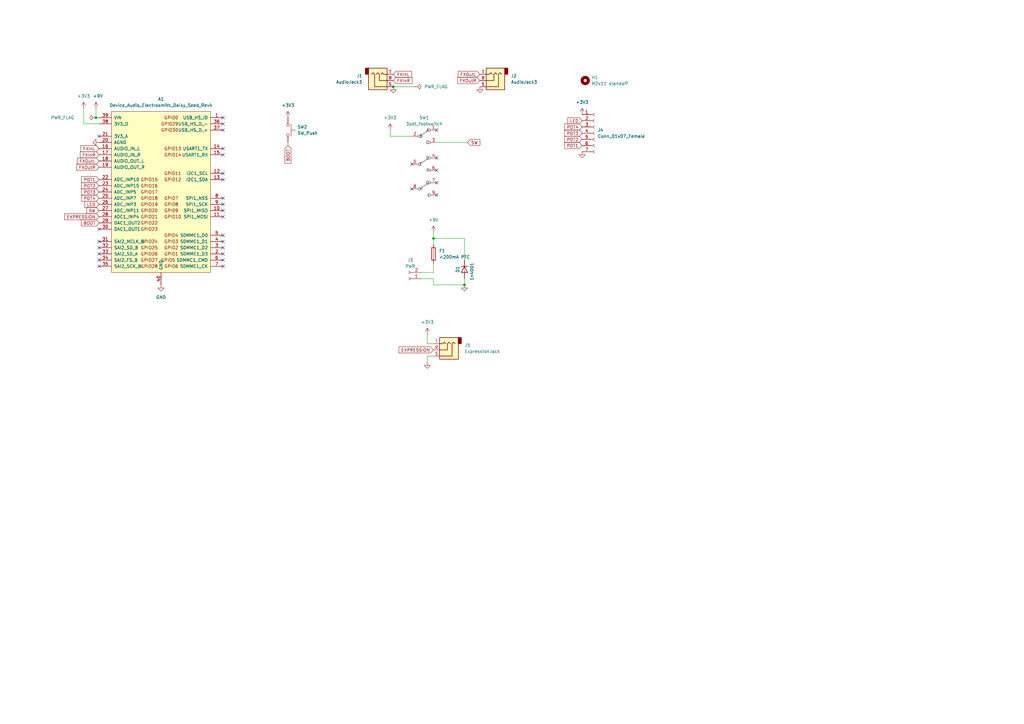
<source format=kicad_sch>
(kicad_sch (version 20211123) (generator eeschema)
  (paper "A3")
  (lib_symbols
    (symbol "Connector:AudioJack3"
      (property "Reference" "J" (at 0 8.89 0))
      (property "Value" "AudioJack3" (at 0 6.35 0))
      (symbol "AudioJack3_0_1"
        (rectangle (start -5.08 -5.08) (end -6.35 -2.54) (stroke (width 0.254)) (fill (type outline)))
        (polyline (pts (xy 0 -2.54) (xy 0.635 -3.175) (xy 1.27 -2.54) (xy 2.54 -2.54)) (stroke (width 0.254)))
        (polyline (pts (xy -1.905 -2.54) (xy -1.27 -3.175) (xy -0.635 -2.54) (xy -0.635 0) (xy 2.54 0)) (stroke (width 0.254)))
        (polyline (pts (xy 2.54 2.54) (xy -2.54 2.54) (xy -2.54 -2.54) (xy -3.175 -3.175) (xy -3.81 -2.54)) (stroke (width 0.254)))
        (rectangle (start 2.54 3.81) (end -5.08 -5.08) (stroke (width 0.254)) (fill (type background)))
      )
      (symbol "AudioJack3_1_1"
        (pin passive line (at 5.08 0 180) (length 2.54) (name "~") (number "R"))
        (pin passive line (at 5.08 2.54 180) (length 2.54) (name "~") (number "S"))
        (pin passive line (at 5.08 -2.54 180) (length 2.54) (name "~") (number "T"))
      )
    )
    (symbol "Connector:Conn_01x02_Female" (pin_names (offset 1.016) hide)
      (property "Reference" "J" (at 0 2.54 0))
      (property "Value" "Conn_01x02_Female" (at 0 -5.08 0))
      (symbol "Conn_01x02_Female_1_1"
        (arc (start 0 -2.032) (mid -0.508 -2.54) (end 0 -3.048) (stroke (width 0.1524)))
        (polyline (pts (xy -1.27 -2.54) (xy -0.508 -2.54)) (stroke (width 0.1524)))
        (polyline (pts (xy -1.27 0) (xy -0.508 0)) (stroke (width 0.1524)))
        (arc (start 0 0.508) (mid -0.508 0) (end 0 -0.508) (stroke (width 0.1524)))
        (pin passive line (at -5.08 0 0) (length 3.81) (name "Pin_1") (number "1"))
        (pin passive line (at -5.08 -2.54 0) (length 3.81) (name "Pin_2") (number "2"))
      )
    )
    (symbol "Connector:Conn_01x07_Female" (pin_names (offset 1.016) hide)
      (property "Reference" "J" (at 0 10.16 0))
      (property "Value" "Conn_01x07_Female" (at 0 -10.16 0))
      (symbol "Conn_01x07_Female_1_1"
        (arc (start 0 -7.112) (mid -0.508 -7.62) (end 0 -8.128) (stroke (width 0.1524)))
        (arc (start 0 -4.572) (mid -0.508 -5.08) (end 0 -5.588) (stroke (width 0.1524)))
        (arc (start 0 -2.032) (mid -0.508 -2.54) (end 0 -3.048) (stroke (width 0.1524)))
        (polyline (pts (xy -1.27 -7.62) (xy -0.508 -7.62)) (stroke (width 0.1524)))
        (polyline (pts (xy -1.27 -5.08) (xy -0.508 -5.08)) (stroke (width 0.1524)))
        (polyline (pts (xy -1.27 -2.54) (xy -0.508 -2.54)) (stroke (width 0.1524)))
        (polyline (pts (xy -1.27 0) (xy -0.508 0)) (stroke (width 0.1524)))
        (polyline (pts (xy -1.27 2.54) (xy -0.508 2.54)) (stroke (width 0.1524)))
        (polyline (pts (xy -1.27 5.08) (xy -0.508 5.08)) (stroke (width 0.1524)))
        (polyline (pts (xy -1.27 7.62) (xy -0.508 7.62)) (stroke (width 0.1524)))
        (arc (start 0 0.508) (mid -0.508 0) (end 0 -0.508) (stroke (width 0.1524)))
        (arc (start 0 3.048) (mid -0.508 2.54) (end 0 2.032) (stroke (width 0.1524)))
        (arc (start 0 5.588) (mid -0.508 5.08) (end 0 4.572) (stroke (width 0.1524)))
        (arc (start 0 8.128) (mid -0.508 7.62) (end 0 7.112) (stroke (width 0.1524)))
        (pin passive line (at -5.08 7.62 0) (length 3.81) (name "Pin_1") (number "1"))
        (pin passive line (at -5.08 5.08 0) (length 3.81) (name "Pin_2") (number "2"))
        (pin passive line (at -5.08 2.54 0) (length 3.81) (name "Pin_3") (number "3"))
        (pin passive line (at -5.08 0 0) (length 3.81) (name "Pin_4") (number "4"))
        (pin passive line (at -5.08 -2.54 0) (length 3.81) (name "Pin_5") (number "5"))
        (pin passive line (at -5.08 -5.08 0) (length 3.81) (name "Pin_6") (number "6"))
        (pin passive line (at -5.08 -7.62 0) (length 3.81) (name "Pin_7") (number "7"))
      )
    )
    (symbol "Daisy:Device_Audio_Electrosmith_Daisy_Seed_Rev4" (pin_names (offset 1.016))
      (property "Reference" "A" (at -20.32 34.29 0))
      (property "Value" "Device_Audio_Electrosmith_Daisy_Seed_Rev4" (at 20.32 36.83 0))
      (symbol "Device_Audio_Electrosmith_Daisy_Seed_Rev4_0_0"
        (text "GPIO0" (at 1.27 30.48 0) (effects (font (size 1.27 1.27)) (justify left)))
        (text "GPIO1" (at 1.27 -25.4 0) (effects (font (size 1.27 1.27)) (justify left)))
        (text "GPIO10" (at 1.27 -10.16 0) (effects (font (size 1.27 1.27)) (justify left)))
        (text "GPIO11" (at 1.27 7.62 0) (effects (font (size 1.27 1.27)) (justify left)))
        (text "GPIO12" (at 1.27 5.08 0) (effects (font (size 1.27 1.27)) (justify left)))
        (text "GPIO13" (at 1.27 17.78 0) (effects (font (size 1.27 1.27)) (justify left)))
        (text "GPIO14" (at 1.27 15.24 0) (effects (font (size 1.27 1.27)) (justify left)))
        (text "GPIO15" (at -1.27 5.08 0) (effects (font (size 1.27 1.27)) (justify right)))
        (text "GPIO16" (at -1.27 2.54 0) (effects (font (size 1.27 1.27)) (justify right)))
        (text "GPIO17" (at -1.27 0 0) (effects (font (size 1.27 1.27)) (justify right)))
        (text "GPIO18" (at -1.27 -2.54 0) (effects (font (size 1.27 1.27)) (justify right)))
        (text "GPIO19" (at -1.27 -5.08 0) (effects (font (size 1.27 1.27)) (justify right)))
        (text "GPIO2" (at 1.27 -22.86 0) (effects (font (size 1.27 1.27)) (justify left)))
        (text "GPIO20" (at -1.27 -7.62 0) (effects (font (size 1.27 1.27)) (justify right)))
        (text "GPIO21" (at -1.27 -10.16 0) (effects (font (size 1.27 1.27)) (justify right)))
        (text "GPIO22" (at -1.27 -12.7 0) (effects (font (size 1.27 1.27)) (justify right)))
        (text "GPIO23" (at -1.27 -15.24 0) (effects (font (size 1.27 1.27)) (justify right)))
        (text "GPIO24" (at -1.27 -20.32 0) (effects (font (size 1.27 1.27)) (justify right)))
        (text "GPIO25" (at -1.27 -22.86 0) (effects (font (size 1.27 1.27)) (justify right)))
        (text "GPIO26" (at -1.27 -25.4 0) (effects (font (size 1.27 1.27)) (justify right)))
        (text "GPIO27" (at -1.27 -27.94 0) (effects (font (size 1.27 1.27)) (justify right)))
        (text "GPIO28" (at -1.27 -30.48 0) (effects (font (size 1.27 1.27)) (justify right)))
        (text "GPIO29" (at 0 27.94 0) (effects (font (size 1.27 1.27)) (justify left)))
        (text "GPIO3" (at 1.27 -20.32 0) (effects (font (size 1.27 1.27)) (justify left)))
        (text "GPIO30" (at 0 25.4 0) (effects (font (size 1.27 1.27)) (justify left)))
        (text "GPIO4" (at 1.27 -17.78 0) (effects (font (size 1.27 1.27)) (justify left)))
        (text "GPIO5" (at 0 -27.94 0) (effects (font (size 1.27 1.27)) (justify left)))
        (text "GPIO6" (at 1.27 -30.48 0) (effects (font (size 1.27 1.27)) (justify left)))
        (text "GPIO7" (at 1.27 -2.54 0) (effects (font (size 1.27 1.27)) (justify left)))
        (text "GPIO8" (at 1.27 -5.08 0) (effects (font (size 1.27 1.27)) (justify left)))
        (text "GPIO9" (at 1.27 -7.62 0) (effects (font (size 1.27 1.27)) (justify left)))
        (pin bidirectional line (at 25.4 30.48 180) (length 5.08) (name "USB_HS_ID") (number "1"))
        (pin bidirectional line (at 25.4 -7.62 180) (length 5.08) (name "SPI1_MISO") (number "10"))
        (pin bidirectional line (at 25.4 -10.16 180) (length 5.08) (name "SPI1_MOSI") (number "11"))
        (pin bidirectional line (at 25.4 7.62 180) (length 5.08) (name "I2C1_SCL") (number "12"))
        (pin bidirectional line (at 25.4 5.08 180) (length 5.08) (name "I2C1_SDA") (number "13"))
        (pin bidirectional line (at 25.4 17.78 180) (length 5.08) (name "USART1_TX") (number "14"))
        (pin bidirectional line (at 25.4 15.24 180) (length 5.08) (name "USART1_RX") (number "15"))
        (pin input line (at -25.4 17.78 0) (length 5.08) (name "AUDIO_IN_L") (number "16"))
        (pin input line (at -25.4 15.24 0) (length 5.08) (name "AUDIO_IN_R") (number "17"))
        (pin output line (at -25.4 12.7 0) (length 5.08) (name "AUDIO_OUT_L") (number "18"))
        (pin output line (at -25.4 10.16 0) (length 5.08) (name "AUDIO_OUT_R") (number "19"))
        (pin bidirectional line (at 25.4 -25.4 180) (length 5.08) (name "SDMMC1_D3") (number "2"))
        (pin passive line (at -25.4 20.32 0) (length 5.08) (name "AGND") (number "20"))
        (pin power_out line (at -25.4 22.86 0) (length 5.08) (name "3V3_A") (number "21"))
        (pin bidirectional line (at -25.4 5.08 0) (length 5.08) (name "ADC_INP10") (number "22"))
        (pin bidirectional line (at -25.4 2.54 0) (length 5.08) (name "ADC_INP15") (number "23"))
        (pin bidirectional line (at -25.4 0 0) (length 5.08) (name "ADC_INP5") (number "24"))
        (pin bidirectional line (at -25.4 -2.54 0) (length 5.08) (name "ADC_INP7") (number "25"))
        (pin bidirectional line (at -25.4 -5.08 0) (length 5.08) (name "ADC_INP3") (number "26"))
        (pin bidirectional line (at -25.4 -7.62 0) (length 5.08) (name "ADC_INP11") (number "27"))
        (pin bidirectional line (at -25.4 -10.16 0) (length 5.08) (name "ADC1_INP4") (number "28"))
        (pin bidirectional line (at -25.4 -12.7 0) (length 5.08) (name "DAC1_OUT2") (number "29"))
        (pin bidirectional line (at 25.4 -22.86 180) (length 5.08) (name "SDMMC1_D2") (number "3"))
        (pin bidirectional line (at -25.4 -15.24 0) (length 5.08) (name "DAC1_OUT1") (number "30"))
        (pin bidirectional line (at -25.4 -20.32 0) (length 5.08) (name "SAI2_MCLK_B") (number "31"))
        (pin bidirectional line (at -25.4 -22.86 0) (length 5.08) (name "SAI2_SD_B") (number "32"))
        (pin bidirectional line (at -25.4 -25.4 0) (length 5.08) (name "SAI2_SD_A") (number "33"))
        (pin bidirectional line (at -25.4 -27.94 0) (length 5.08) (name "SAI2_FS_B") (number "34"))
        (pin bidirectional line (at -25.4 -30.48 0) (length 5.08) (name "SAI2_SCK_B") (number "35"))
        (pin bidirectional line (at 25.4 27.94 180) (length 5.08) (name "USB_HS_D_-") (number "36"))
        (pin bidirectional line (at 25.4 25.4 180) (length 5.08) (name "USB_HS_D_+") (number "37"))
        (pin power_out line (at -25.4 27.94 0) (length 5.08) (name "3V3_D") (number "38"))
        (pin power_in line (at -25.4 30.48 0) (length 5.08) (name "VIN") (number "39"))
        (pin bidirectional line (at 25.4 -20.32 180) (length 5.08) (name "SDMMC1_D1") (number "4"))
        (pin passive line (at 0 -38.1 90) (length 5.08) (name "GND") (number "40"))
        (pin bidirectional line (at 25.4 -17.78 180) (length 5.08) (name "SDMMC1_D0") (number "5"))
        (pin bidirectional line (at 25.4 -27.94 180) (length 5.08) (name "SDMMC1_CMD") (number "6"))
        (pin bidirectional line (at 25.4 -30.48 180) (length 5.08) (name "SDMMC1_CK") (number "7"))
        (pin bidirectional line (at 25.4 -2.54 180) (length 5.08) (name "SPI1_NSS") (number "8"))
        (pin bidirectional line (at 25.4 -5.08 180) (length 5.08) (name "SPI1_SCK") (number "9"))
      )
      (symbol "Device_Audio_Electrosmith_Daisy_Seed_Rev4_0_1"
        (rectangle (start -20.32 33.02) (end 20.32 -33.02) (fill (type background)))
      )
    )
    (symbol "Device:Fuse" (pin_numbers hide) (pin_names (offset 0))
      (property "Reference" "F" (at 2.032 0 90))
      (property "Value" "Fuse" (at -1.905 0 90))
      (symbol "Fuse_0_1"
        (rectangle (start -0.762 -2.54) (end 0.762 2.54) (stroke (width 0.254)))
        (polyline (pts (xy 0 2.54) (xy 0 -2.54)))
      )
      (symbol "Fuse_1_1"
        (pin passive line (at 0 3.81 270) (length 1.27) (name "~") (number "1"))
        (pin passive line (at 0 -3.81 90) (length 1.27) (name "~") (number "2"))
      )
    )
    (symbol "Diode:1N4148" (pin_numbers hide) (pin_names (offset 1.016) hide)
      (property "Reference" "D" (at 0 2.54 0))
      (property "Value" "1N4148" (at 0 -2.54 0))
      (symbol "1N4148_0_1"
        (polyline (pts (xy -1.27 1.27) (xy -1.27 -1.27)) (stroke (width 0.254)))
        (polyline (pts (xy 1.27 0) (xy -1.27 0)))
        (polyline (pts (xy 1.27 1.27) (xy 1.27 -1.27) (xy -1.27 0) (xy 1.27 1.27)) (stroke (width 0.254)))
      )
      (symbol "1N4148_1_1"
        (pin passive line (at -3.81 0 0) (length 2.54) (name "K") (number "1"))
        (pin passive line (at 3.81 0 180) (length 2.54) (name "A") (number "2"))
      )
    )
    (symbol "Mechanical:MountingHole" (pin_names (offset 1.016))
      (property "Reference" "H" (at 0 5.08 0))
      (property "Value" "MountingHole" (at 0 3.175 0))
      (symbol "MountingHole_0_1"
        (circle (center 0 0) (radius 1.27) (stroke (width 1.27)))
      )
    )
    (symbol "Switch:SW_Push" (pin_numbers hide) (pin_names (offset 1.016) hide)
      (property "Reference" "SW" (at 1.27 2.54 0))
      (property "Value" "SW_Push" (at 0 -1.524 0))
      (symbol "SW_Push_0_1"
        (circle (center -2.032 0) (radius 0.508))
        (polyline (pts (xy 0 1.27) (xy 0 3.048)))
        (polyline (pts (xy 2.54 1.27) (xy -2.54 1.27)))
        (circle (center 2.032 0) (radius 0.508))
        (pin passive line (at -5.08 0 0) (length 2.54) (name "1") (number "1"))
        (pin passive line (at 5.08 0 180) (length 2.54) (name "2") (number "2"))
      )
    )
    (symbol "power:+3V3" (power) (pin_names (offset 0))
      (property "Value" "+3V3" (at 0 3.556 0))
      (symbol "+3V3_0_1"
        (polyline (pts (xy -0.762 1.27) (xy 0 2.54)))
        (polyline (pts (xy 0 0) (xy 0 2.54)))
        (polyline (pts (xy 0 2.54) (xy 0.762 1.27)))
      )
      (symbol "+3V3_1_1"
        (pin power_in line (at 0 0 90) (length 0) hide (name "+3V3") (number "1"))
      )
    )
    (symbol "power:+9V" (power) (pin_names (offset 0))
      (property "Value" "+9V" (at 0 3.556 0))
      (symbol "+9V_0_1"
        (polyline (pts (xy -0.762 1.27) (xy 0 2.54)))
        (polyline (pts (xy 0 0) (xy 0 2.54)))
        (polyline (pts (xy 0 2.54) (xy 0.762 1.27)))
      )
      (symbol "+9V_1_1"
        (pin power_in line (at 0 0 90) (length 0) hide (name "+9V") (number "1"))
      )
    )
    (symbol "power:GND" (power) (pin_names (offset 0))
      (property "Value" "GND" (at 0 -3.81 0))
      (symbol "GND_0_1"
        (polyline (pts (xy 0 0) (xy 0 -1.27) (xy 1.27 -1.27) (xy 0 -2.54) (xy -1.27 -1.27) (xy 0 -1.27)))
      )
      (symbol "GND_1_1"
        (pin power_in line (at 0 0 270) (length 0) hide (name "GND") (number "1"))
      )
    )
    (symbol "power:PWR_FLAG" (power) (pin_numbers hide) (pin_names (offset 0) hide)
      (property "Value" "PWR_FLAG" (at 0 3.81 0))
      (symbol "PWR_FLAG_0_0"
        (pin power_out line (at 0 0 90) (length 0) (name "pwr") (number "1"))
      )
      (symbol "PWR_FLAG_0_1"
        (polyline (pts (xy 0 0) (xy 0 1.27) (xy -1.016 1.905) (xy 0 2.54) (xy 1.016 1.905) (xy 0 1.27)))
      )
    )
    (symbol "symbols:3pdt_footswitch"
      (property "Reference" "SW" (at 0 21.59 0))
      (property "Value" "3pdt_footswitch" (at 1.27 -15.875 0))
      (symbol "3pdt_footswitch_0_0"
        (circle (center -0.127 -8.89) (radius 0.508))
        (circle (center -0.127 1.27) (radius 0.508))
        (circle (center -0.127 12.7) (radius 0.508))
        (circle (center 3.937 -11.43) (radius 0.508))
        (circle (center 3.937 -1.27) (radius 0.508))
        (circle (center 3.937 10.16) (radius 0.508))
      )
      (symbol "3pdt_footswitch_0_1"
        (polyline (pts (xy 0.381 -8.636) (xy 3.556 -6.604)))
        (polyline (pts (xy 0.381 1.524) (xy 3.556 3.556)))
        (polyline (pts (xy 0.381 12.954) (xy 3.556 14.986)))
        (circle (center 3.937 -6.35) (radius 0.508))
        (circle (center 3.937 3.81) (radius 0.508))
        (circle (center 3.937 15.24) (radius 0.508))
      )
      (symbol "3pdt_footswitch_1_1"
        (pin passive line (at 6.985 15.24 180) (length 2.54) (name "A") (number "1"))
        (pin passive line (at -3.175 12.7 0) (length 2.54) (name "B") (number "2"))
        (pin passive line (at 6.985 10.16 180) (length 2.54) (name "C") (number "3"))
        (pin passive line (at 6.985 3.81 180) (length 2.54) (name "D") (number "4"))
        (pin passive line (at -3.175 1.27 0) (length 2.54) (name "E") (number "5"))
        (pin passive line (at 6.985 -1.27 180) (length 2.54) (name "F") (number "6"))
        (pin passive line (at 6.985 -6.35 180) (length 2.54) (name "G") (number "7"))
        (pin passive line (at -3.175 -8.89 0) (length 2.54) (name "H") (number "8"))
        (pin passive line (at 6.985 -11.43 180) (length 2.54) (name "I") (number "9"))
      )
    )
  )
  (junction (at 39.37 48.26))
  (junction (at 190.5 116.84))
  (junction (at 177.8 97.79))
  (junction (at 161.29 35.56))
  (no_connect (at 179.07 53.34))
  (no_connect (at 40.64 55.88))
  (no_connect (at 179.07 69.85))
  (no_connect (at 40.64 93.98))
  (no_connect (at 40.64 99.06))
  (no_connect (at 40.64 101.6))
  (no_connect (at 40.64 104.14))
  (no_connect (at 40.64 106.68))
  (no_connect (at 40.64 109.22))
  (no_connect (at 91.44 109.22))
  (no_connect (at 91.44 106.68))
  (no_connect (at 91.44 104.14))
  (no_connect (at 91.44 101.6))
  (no_connect (at 91.44 99.06))
  (no_connect (at 91.44 96.52))
  (no_connect (at 91.44 88.9))
  (no_connect (at 91.44 86.36))
  (no_connect (at 91.44 83.82))
  (no_connect (at 91.44 81.28))
  (no_connect (at 91.44 73.66))
  (no_connect (at 91.44 71.12))
  (no_connect (at 91.44 63.5))
  (no_connect (at 91.44 60.96))
  (no_connect (at 91.44 53.34))
  (no_connect (at 91.44 50.8))
  (no_connect (at 91.44 48.26))
  (no_connect (at 179.07 80.01))
  (no_connect (at 168.91 77.47))
  (no_connect (at 179.07 64.77))
  (no_connect (at 168.91 67.31))
  (no_connect (at 179.07 74.93))
  (wire (pts (xy 160.02 53.34) (xy 160.02 55.88)))
  (wire (pts (xy 177.8 116.84) (xy 190.5 116.84)))
  (wire (pts (xy 179.07 58.42) (xy 191.77 58.42)))
  (wire (pts (xy 118.11 58.42) (xy 118.11 59.69)))
  (wire (pts (xy 39.37 44.45) (xy 39.37 48.26)))
  (wire (pts (xy 190.5 97.79) (xy 177.8 97.79)))
  (wire (pts (xy 172.72 111.76) (xy 177.8 111.76)))
  (wire (pts (xy 160.02 55.88) (xy 168.91 55.88)))
  (wire (pts (xy 177.8 97.79) (xy 177.8 100.33)))
  (wire (pts (xy 190.5 106.68) (xy 190.5 97.79)))
  (wire (pts (xy 177.8 95.25) (xy 177.8 97.79)))
  (wire (pts (xy 177.8 114.3) (xy 177.8 116.84)))
  (wire (pts (xy 190.5 114.3) (xy 190.5 116.84)))
  (wire (pts (xy 34.29 50.8) (xy 34.29 44.45)))
  (wire (pts (xy 177.8 146.05) (xy 175.26 146.05)))
  (wire (pts (xy 40.64 50.8) (xy 34.29 50.8)))
  (wire (pts (xy 175.26 140.97) (xy 177.8 140.97)))
  (wire (pts (xy 175.26 146.05) (xy 175.26 148.59)))
  (wire (pts (xy 161.29 35.56) (xy 170.18 35.56)))
  (wire (pts (xy 177.8 111.76) (xy 177.8 107.95)))
  (wire (pts (xy 175.26 137.16) (xy 175.26 140.97)))
  (wire (pts (xy 39.37 48.26) (xy 40.64 48.26)))
  (wire (pts (xy 177.8 114.3) (xy 172.72 114.3)))
  (global_label "FXOutR" (shape input) (at 196.85 33.02 180) (property "Intersheet References" "${INTERSHEET_REFS}" (effects hide)))
  (global_label "LED" (shape input) (at 238.76 49.53 180) (property "Intersheet References" "${INTERSHEET_REFS}" (effects hide)))
  (global_label "BOOT" (shape input) (at 40.64 91.44 180) (property "Intersheet References" "${INTERSHEET_REFS}" (effects hide)))
  (global_label "POT4" (shape input) (at 40.64 81.28 180) (property "Intersheet References" "${INTERSHEET_REFS}" (effects hide)))
  (global_label "POT2" (shape input) (at 40.64 76.2 180) (property "Intersheet References" "${INTERSHEET_REFS}" (effects hide)))
  (global_label "FXInL" (shape input) (at 161.29 30.48 0) (property "Intersheet References" "${INTERSHEET_REFS}" (effects hide)))
  (global_label "POT1" (shape input) (at 238.76 59.69 180) (property "Intersheet References" "${INTERSHEET_REFS}" (effects hide)))
  (global_label "BOOT" (shape input) (at 118.11 59.69 270) (property "Intersheet References" "${INTERSHEET_REFS}" (effects hide)))
  (global_label "FXInL" (shape input) (at 40.64 60.96 180) (property "Intersheet References" "${INTERSHEET_REFS}" (effects hide)))
  (global_label "POT3" (shape input) (at 40.64 78.74 180) (property "Intersheet References" "${INTERSHEET_REFS}" (effects hide)))
  (global_label "POT1" (shape input) (at 40.64 73.66 180) (property "Intersheet References" "${INTERSHEET_REFS}" (effects hide)))
  (global_label "LED" (shape input) (at 40.64 83.82 180) (property "Intersheet References" "${INTERSHEET_REFS}" (effects hide)))
  (global_label "FXInR" (shape input) (at 40.64 63.5 180) (property "Intersheet References" "${INTERSHEET_REFS}" (effects hide)))
  (global_label "SW" (shape input) (at 40.64 86.36 180) (property "Intersheet References" "${INTERSHEET_REFS}" (effects hide)))
  (global_label "FXOutL" (shape input) (at 40.64 66.04 180) (property "Intersheet References" "${INTERSHEET_REFS}" (effects hide)))
  (global_label "FXOutR" (shape input) (at 40.64 68.58 180) (property "Intersheet References" "${INTERSHEET_REFS}" (effects hide)))
  (global_label "POT3" (shape input) (at 238.76 54.61 180) (property "Intersheet References" "${INTERSHEET_REFS}" (effects hide)))
  (global_label "SW" (shape input) (at 191.77 58.42 0) (property "Intersheet References" "${INTERSHEET_REFS}" (effects hide)))
  (global_label "EXPRESSION" (shape input) (at 177.8 143.51 180) (property "Intersheet References" "${INTERSHEET_REFS}" (effects hide)))
  (global_label "FXInR" (shape input) (at 161.29 33.02 0) (property "Intersheet References" "${INTERSHEET_REFS}" (effects hide)))
  (global_label "POT4" (shape input) (at 238.76 52.07 180) (property "Intersheet References" "${INTERSHEET_REFS}" (effects hide)))
  (global_label "POT2" (shape input) (at 238.76 57.15 180) (property "Intersheet References" "${INTERSHEET_REFS}" (effects hide)))
  (global_label "EXPRESSION" (shape input) (at 40.64 88.9 180) (property "Intersheet References" "${INTERSHEET_REFS}" (effects hide)))
  (global_label "FXOutL" (shape input) (at 196.85 30.48 180) (property "Intersheet References" "${INTERSHEET_REFS}" (effects hide)))
  (symbol (lib_id "Mechanical:MountingHole") (at 240.03 33.02 0) (unit 1)
    (property "Reference" "H1" (at 242.57 31.7499 0) (effects (justify left)))
    (property "Value" "M2x11 standoff" (at 242.57 34.2899 0) (effects (justify left)))
    (property "Footprint" "MountingHole:MountingHole_2.2mm_M2" (effects hide))
  )
  (symbol (lib_id "power:+3V3") (at 118.11 48.26 0) (unit 1)
    (property "Reference" "#PWR0113" (effects hide))
    (property "Value" "+3V3" (at 118.11 43.18 0))
  )
  (symbol (lib_id "power:GND") (at 190.5 116.84 0) (unit 1)
    (property "Reference" "#PWR0110" (effects hide))
    (property "Value" "GND" (effects hide))
  )
  (symbol (lib_id "symbols:3pdt_footswitch") (at 172.085 68.58 0) (unit 1)
    (property "Reference" "SW1" (at 173.99 48.26 0))
    (property "Value" "3pdt_footswitch" (at 173.99 50.8 0))
    (property "Footprint" "footprints:3pdt_footswitch" (effects hide))
  )
  (symbol (lib_id "power:GND") (at 175.26 148.59 0) (unit 1)
    (property "Reference" "#PWR02" (effects hide))
    (property "Value" "GND" (effects hide))
  )
  (symbol (lib_id "power:PWR_FLAG") (at 39.37 48.26 90) (unit 1)
    (property "Reference" "#FLG0102" (effects hide))
    (property "Value" "PWR_FLAG" (at 30.48 48.26 90) (effects (justify left)))
  )
  (symbol (lib_id "power:PWR_FLAG") (at 170.18 35.56 270) (unit 1)
    (property "Reference" "#FLG0103" (effects hide))
    (property "Value" "PWR_FLAG" (at 173.99 35.5599 90) (effects (justify left)))
  )
  (symbol (lib_id "Connector:AudioJack3") (at 156.21 33.02 0) (mirror x) (unit 1)
    (property "Reference" "J1" (at 148.59 31.1149 0) (effects (justify right)))
    (property "Value" "AudioJack3" (at 148.59 33.6549 0) (effects (justify right)))
    (property "Footprint" "footprints:StereoJackVertical" (effects hide))
  )
  (symbol (lib_id "Connector:AudioJack3") (at 182.88 143.51 180) (unit 1)
    (property "Reference" "J5" (at 190.5 141.6049 0) (effects (justify right)))
    (property "Value" "ExpressionJack" (at 190.5 144.1449 0) (effects (justify right)))
    (property "Footprint" "BirdFootprints:ExpressionJack" (effects hide))
  )
  (symbol (lib_id "power:GND") (at 238.76 62.23 0) (unit 1)
    (property "Reference" "#PWR0108" (effects hide))
    (property "Value" "GND" (effects hide))
  )
  (symbol (lib_id "power:+3V3") (at 34.29 44.45 0) (unit 1)
    (property "Reference" "#PWR0101" (effects hide))
    (property "Value" "+3V3" (at 34.29 39.37 0))
  )
  (symbol (lib_id "Switch:SW_Push") (at 118.11 53.34 270) (unit 1)
    (property "Reference" "SW2" (at 121.92 52.0699 90) (effects (justify left)))
    (property "Value" "SW_Push" (at 121.92 54.6099 90) (effects (justify left)))
    (property "Footprint" "SamacSys_Parts:PTS645VJM61LFS" (effects hide))
  )
  (symbol (lib_id "power:+3V3") (at 160.02 53.34 0) (unit 1)
    (property "Reference" "#PWR0105" (effects hide))
    (property "Value" "+3V3" (at 160.02 48.26 0))
  )
  (symbol (lib_id "Connector:AudioJack3") (at 201.93 33.02 180) (unit 1)
    (property "Reference" "J2" (at 209.55 31.1149 0) (effects (justify right)))
    (property "Value" "AudioJack3" (at 209.55 33.6549 0) (effects (justify right)))
    (property "Footprint" "footprints:StereoJackVertical" (effects hide))
  )
  (symbol (lib_id "power:GND") (at 196.85 35.56 0) (unit 1)
    (property "Reference" "#PWR0111" (effects hide))
    (property "Value" "GND" (effects hide))
  )
  (symbol (lib_id "power:GND") (at 66.04 116.84 0) (unit 1)
    (property "Reference" "#PWR0103" (effects hide))
    (property "Value" "GND" (at 66.04 121.92 0))
  )
  (symbol (lib_id "power:+3V3") (at 238.76 46.99 0) (unit 1)
    (property "Reference" "#PWR0109" (effects hide))
    (property "Value" "+3V3" (at 238.76 41.91 0))
  )
  (symbol (lib_id "Daisy:Device_Audio_Electrosmith_Daisy_Seed_Rev4") (at 66.04 78.74 0) (unit 1)
    (property "Reference" "A1" (at 66.04 40.64 0))
    (property "Value" "Device_Audio_Electrosmith_Daisy_Seed_Rev4" (at 66.04 43.18 0))
    (property "Footprint" "Daisy:Device_Audio_Electrosmith_Daisy_Seed" (effects hide))
    (property "Datasheet" "https://github.com/electro-smith/DaisyWiki/wiki" (effects hide))
  )
  (symbol (lib_id "power:+3V3") (at 175.26 137.16 0) (unit 1)
    (property "Reference" "#PWR01" (effects hide))
    (property "Value" "+3V3" (at 175.26 132.08 0))
  )
  (symbol (lib_id "Connector:Conn_01x02_Female") (at 167.64 114.3 180) (unit 1)
    (property "Reference" "J3" (at 168.275 106.68 0))
    (property "Value" "PWR" (at 168.275 109.22 0))
    (property "Footprint" "Connector_JST:JST_PH_B2B-PH-K_1x02_P2.00mm_Vertical" (effects hide))
  )
  (symbol (lib_id "power:+9V") (at 39.37 44.45 0) (unit 1)
    (property "Reference" "#PWR0102" (effects hide))
    (property "Value" "+9V" (at 38.1 39.37 0) (effects (justify left)))
  )
  (symbol (lib_id "Device:Fuse") (at 177.8 104.14 180) (unit 1)
    (property "Reference" "F1" (at 180.086 102.8699 0) (effects (justify right)))
    (property "Value" "<200mA PTC" (at 180.086 105.4099 0) (effects (justify right)))
    (property "Footprint" "Capacitor_THT:C_Rect_L7.0mm_W4.5mm_P5.00mm" (effects hide))
  )
  (symbol (lib_id "Diode:1N4148") (at 190.5 110.49 270) (unit 1)
    (property "Reference" "D1" (at 187.706 110.49 0))
    (property "Value" "1n4001" (at 193.548 107.696 0) (effects (justify left)))
    (property "Footprint" "Diode_THT:D_DO-15_P12.70mm_Horizontal" (effects hide))
    (property "Datasheet" "https://assets.nexperia.com/documents/data-sheet/1N4148_1N4448.pdf" (effects hide))
  )
  (symbol (lib_id "power:+9V") (at 177.8 95.25 0) (unit 1)
    (property "Reference" "#PWR0106" (effects hide))
    (property "Value" "+9V" (at 177.8 90.17 0))
  )
  (symbol (lib_id "Connector:Conn_01x07_Female") (at 243.84 54.61 0) (unit 1)
    (property "Reference" "J4" (at 245.11 53.3399 0) (effects (justify left)))
    (property "Value" "Conn_01x07_Female" (at 245.11 55.8799 0) (effects (justify left)))
    (property "Footprint" "Connector_PinSocket_2.54mm:PinSocket_1x07_P2.54mm_Vertical" (effects hide))
  )
  (symbol (lib_id "power:GND") (at 40.64 58.42 270) (unit 1)
    (property "Reference" "#PWR0104" (effects hide))
    (property "Value" "GND" (effects hide))
  )
  (symbol (lib_id "power:GND") (at 161.29 35.56 0) (unit 1)
    (property "Reference" "#PWR0107" (effects hide))
    (property "Value" "GND" (effects hide))
  )
)
</source>
